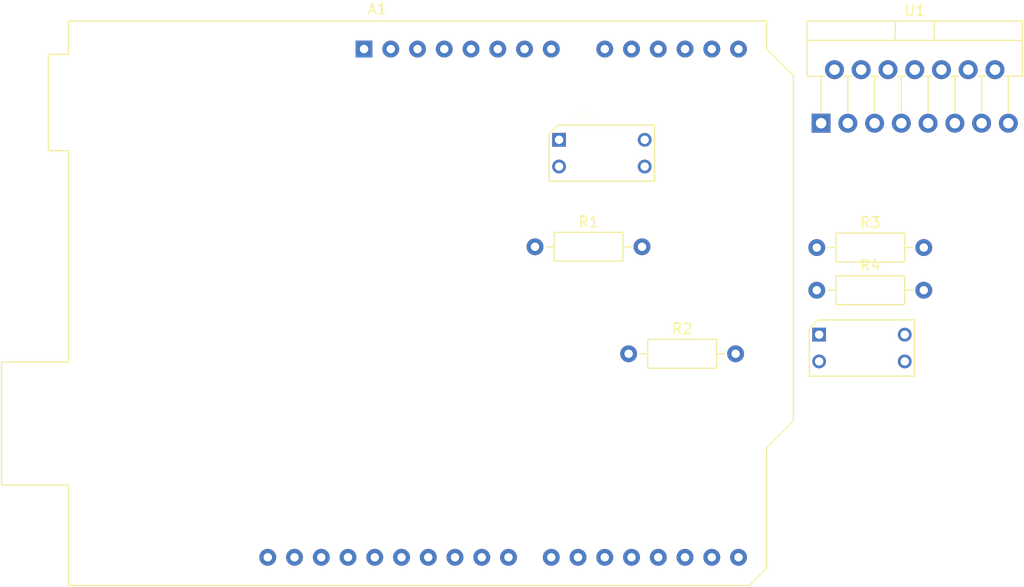
<source format=kicad_pcb>
(kicad_pcb (version 20171130) (host pcbnew 5.1.5+dfsg1-2build2)

  (general
    (thickness 1.6)
    (drawings 0)
    (tracks 0)
    (zones 0)
    (modules 8)
    (nets 58)
  )

  (page A4)
  (layers
    (0 F.Cu signal)
    (31 B.Cu signal)
    (32 B.Adhes user)
    (33 F.Adhes user)
    (34 B.Paste user)
    (35 F.Paste user)
    (36 B.SilkS user)
    (37 F.SilkS user)
    (38 B.Mask user)
    (39 F.Mask user)
    (40 Dwgs.User user)
    (41 Cmts.User user)
    (42 Eco1.User user)
    (43 Eco2.User user)
    (44 Edge.Cuts user)
    (45 Margin user)
    (46 B.CrtYd user)
    (47 F.CrtYd user)
    (48 B.Fab user)
    (49 F.Fab user)
  )

  (setup
    (last_trace_width 0.25)
    (trace_clearance 0.2)
    (zone_clearance 0.508)
    (zone_45_only no)
    (trace_min 0.2)
    (via_size 0.8)
    (via_drill 0.4)
    (via_min_size 0.4)
    (via_min_drill 0.3)
    (uvia_size 0.3)
    (uvia_drill 0.1)
    (uvias_allowed no)
    (uvia_min_size 0.2)
    (uvia_min_drill 0.1)
    (edge_width 0.05)
    (segment_width 0.2)
    (pcb_text_width 0.3)
    (pcb_text_size 1.5 1.5)
    (mod_edge_width 0.12)
    (mod_text_size 1 1)
    (mod_text_width 0.15)
    (pad_size 1.524 1.524)
    (pad_drill 0.762)
    (pad_to_mask_clearance 0.051)
    (solder_mask_min_width 0.25)
    (aux_axis_origin 0 0)
    (visible_elements FFFFFF7F)
    (pcbplotparams
      (layerselection 0x010fc_ffffffff)
      (usegerberextensions false)
      (usegerberattributes false)
      (usegerberadvancedattributes false)
      (creategerberjobfile false)
      (excludeedgelayer true)
      (linewidth 0.100000)
      (plotframeref false)
      (viasonmask false)
      (mode 1)
      (useauxorigin false)
      (hpglpennumber 1)
      (hpglpenspeed 20)
      (hpglpendiameter 15.000000)
      (psnegative false)
      (psa4output false)
      (plotreference true)
      (plotvalue true)
      (plotinvisibletext false)
      (padsonsilk false)
      (subtractmaskfromsilk false)
      (outputformat 1)
      (mirror false)
      (drillshape 1)
      (scaleselection 1)
      (outputdirectory ""))
  )

  (net 0 "")
  (net 1 "Net-(A1-Pad16)")
  (net 2 "Net-(A1-Pad15)")
  (net 3 "Net-(A1-Pad30)")
  (net 4 "Net-(A1-Pad14)")
  (net 5 "Net-(A1-Pad29)")
  (net 6 "Net-(A1-Pad13)")
  (net 7 "Net-(A1-Pad28)")
  (net 8 "Net-(A1-Pad12)")
  (net 9 "Net-(A1-Pad27)")
  (net 10 "Net-(A1-Pad11)")
  (net 11 "Net-(A1-Pad26)")
  (net 12 "Net-(A1-Pad10)")
  (net 13 "Net-(A1-Pad25)")
  (net 14 "Net-(A1-Pad9)")
  (net 15 "Net-(A1-Pad24)")
  (net 16 "Net-(A1-Pad8)")
  (net 17 "Net-(A1-Pad23)")
  (net 18 "Net-(A1-Pad7)")
  (net 19 "Net-(A1-Pad22)")
  (net 20 GND)
  (net 21 "Net-(A1-Pad21)")
  (net 22 "Net-(A1-Pad5)")
  (net 23 "Net-(A1-Pad20)")
  (net 24 "Net-(A1-Pad4)")
  (net 25 "Net-(A1-Pad19)")
  (net 26 "Net-(A1-Pad3)")
  (net 27 "Net-(A1-Pad18)")
  (net 28 "Net-(A1-Pad2)")
  (net 29 "Net-(A1-Pad17)")
  (net 30 "Net-(A1-Pad1)")
  (net 31 "Net-(A1-Pad31)")
  (net 32 "Net-(A1-Pad32)")
  (net 33 "Net-(R1-Pad2)")
  (net 34 "Net-(R2-Pad2)")
  (net 35 "Net-(R3-Pad2)")
  (net 36 "Net-(R3-Pad1)")
  (net 37 "Net-(R4-Pad2)")
  (net 38 "Net-(R4-Pad1)")
  (net 39 "Net-(S2-Pad4)")
  (net 40 "Net-(S2-Pad3)")
  (net 41 "Net-(S2-Pad2)")
  (net 42 "Net-(S2-Pad1)")
  (net 43 "Net-(U1-Pad15)")
  (net 44 "Net-(U1-Pad14)")
  (net 45 "Net-(U1-Pad13)")
  (net 46 "Net-(U1-Pad12)")
  (net 47 "Net-(U1-Pad11)")
  (net 48 "Net-(U1-Pad10)")
  (net 49 "Net-(U1-Pad9)")
  (net 50 "Net-(U1-Pad8)")
  (net 51 "Net-(U1-Pad7)")
  (net 52 "Net-(U1-Pad6)")
  (net 53 "Net-(U1-Pad5)")
  (net 54 "Net-(U1-Pad4)")
  (net 55 "Net-(U1-Pad3)")
  (net 56 "Net-(U1-Pad2)")
  (net 57 "Net-(U1-Pad1)")

  (net_class Default "This is the default net class."
    (clearance 0.2)
    (trace_width 0.25)
    (via_dia 0.8)
    (via_drill 0.4)
    (uvia_dia 0.3)
    (uvia_drill 0.1)
    (add_net GND)
    (add_net "Net-(A1-Pad1)")
    (add_net "Net-(A1-Pad10)")
    (add_net "Net-(A1-Pad11)")
    (add_net "Net-(A1-Pad12)")
    (add_net "Net-(A1-Pad13)")
    (add_net "Net-(A1-Pad14)")
    (add_net "Net-(A1-Pad15)")
    (add_net "Net-(A1-Pad16)")
    (add_net "Net-(A1-Pad17)")
    (add_net "Net-(A1-Pad18)")
    (add_net "Net-(A1-Pad19)")
    (add_net "Net-(A1-Pad2)")
    (add_net "Net-(A1-Pad20)")
    (add_net "Net-(A1-Pad21)")
    (add_net "Net-(A1-Pad22)")
    (add_net "Net-(A1-Pad23)")
    (add_net "Net-(A1-Pad24)")
    (add_net "Net-(A1-Pad25)")
    (add_net "Net-(A1-Pad26)")
    (add_net "Net-(A1-Pad27)")
    (add_net "Net-(A1-Pad28)")
    (add_net "Net-(A1-Pad29)")
    (add_net "Net-(A1-Pad3)")
    (add_net "Net-(A1-Pad30)")
    (add_net "Net-(A1-Pad31)")
    (add_net "Net-(A1-Pad32)")
    (add_net "Net-(A1-Pad4)")
    (add_net "Net-(A1-Pad5)")
    (add_net "Net-(A1-Pad7)")
    (add_net "Net-(A1-Pad8)")
    (add_net "Net-(A1-Pad9)")
    (add_net "Net-(R1-Pad2)")
    (add_net "Net-(R2-Pad2)")
    (add_net "Net-(R3-Pad1)")
    (add_net "Net-(R3-Pad2)")
    (add_net "Net-(R4-Pad1)")
    (add_net "Net-(R4-Pad2)")
    (add_net "Net-(S2-Pad1)")
    (add_net "Net-(S2-Pad2)")
    (add_net "Net-(S2-Pad3)")
    (add_net "Net-(S2-Pad4)")
    (add_net "Net-(U1-Pad1)")
    (add_net "Net-(U1-Pad10)")
    (add_net "Net-(U1-Pad11)")
    (add_net "Net-(U1-Pad12)")
    (add_net "Net-(U1-Pad13)")
    (add_net "Net-(U1-Pad14)")
    (add_net "Net-(U1-Pad15)")
    (add_net "Net-(U1-Pad2)")
    (add_net "Net-(U1-Pad3)")
    (add_net "Net-(U1-Pad4)")
    (add_net "Net-(U1-Pad5)")
    (add_net "Net-(U1-Pad6)")
    (add_net "Net-(U1-Pad7)")
    (add_net "Net-(U1-Pad8)")
    (add_net "Net-(U1-Pad9)")
  )

  (module Package_TO_SOT_THT:TO-220-15_P2.54x2.54mm_StaggerOdd_Lead4.58mm_Vertical (layer F.Cu) (tedit 5AF05A31) (tstamp 5F8F0232)
    (at 370.065001 69.545001)
    (descr "TO-220-15, Vertical, RM 1.27mm, staggered type-1, see http://www.st.com/resource/en/datasheet/l298.pdf")
    (tags "TO-220-15 Vertical RM 1.27mm staggered type-1")
    (path /5F8F49D9)
    (fp_text reference U1 (at 8.89 -10.7) (layer F.SilkS)
      (effects (font (size 1 1) (thickness 0.15)))
    )
    (fp_text value L298HN (at 8.89 2.15) (layer F.Fab)
      (effects (font (size 1 1) (thickness 0.15)))
    )
    (fp_text user %R (at 8.89 -10.7) (layer F.Fab)
      (effects (font (size 1 1) (thickness 0.15)))
    )
    (fp_line (start 19.25 -9.83) (end -1.46 -9.83) (layer F.CrtYd) (width 0.05))
    (fp_line (start 19.25 1.16) (end 19.25 -9.83) (layer F.CrtYd) (width 0.05))
    (fp_line (start -1.46 1.16) (end 19.25 1.16) (layer F.CrtYd) (width 0.05))
    (fp_line (start -1.46 -9.83) (end -1.46 1.16) (layer F.CrtYd) (width 0.05))
    (fp_line (start 17.78 -4.459) (end 17.78 -1.065) (layer F.SilkS) (width 0.12))
    (fp_line (start 15.24 -4.459) (end 15.24 -1.065) (layer F.SilkS) (width 0.12))
    (fp_line (start 12.7 -4.459) (end 12.7 -1.065) (layer F.SilkS) (width 0.12))
    (fp_line (start 10.16 -4.459) (end 10.16 -1.065) (layer F.SilkS) (width 0.12))
    (fp_line (start 7.62 -4.459) (end 7.62 -1.065) (layer F.SilkS) (width 0.12))
    (fp_line (start 5.08 -4.459) (end 5.08 -1.065) (layer F.SilkS) (width 0.12))
    (fp_line (start 2.54 -4.459) (end 2.54 -1.065) (layer F.SilkS) (width 0.12))
    (fp_line (start 0 -4.459) (end 0 -1.05) (layer F.SilkS) (width 0.12))
    (fp_line (start 10.74 -9.7) (end 10.74 -7.86) (layer F.SilkS) (width 0.12))
    (fp_line (start 7.041 -9.7) (end 7.041 -7.86) (layer F.SilkS) (width 0.12))
    (fp_line (start -1.33 -7.86) (end 19.11 -7.86) (layer F.SilkS) (width 0.12))
    (fp_line (start 19.11 -9.7) (end 19.11 -4.459) (layer F.SilkS) (width 0.12))
    (fp_line (start -1.33 -9.7) (end -1.33 -4.459) (layer F.SilkS) (width 0.12))
    (fp_line (start 17.435 -4.459) (end 19.11 -4.459) (layer F.SilkS) (width 0.12))
    (fp_line (start 14.895 -4.459) (end 15.586 -4.459) (layer F.SilkS) (width 0.12))
    (fp_line (start 12.355 -4.459) (end 13.046 -4.459) (layer F.SilkS) (width 0.12))
    (fp_line (start 9.815 -4.459) (end 10.506 -4.459) (layer F.SilkS) (width 0.12))
    (fp_line (start 7.275 -4.459) (end 7.966 -4.459) (layer F.SilkS) (width 0.12))
    (fp_line (start 4.735 -4.459) (end 5.426 -4.459) (layer F.SilkS) (width 0.12))
    (fp_line (start 2.195 -4.459) (end 2.886 -4.459) (layer F.SilkS) (width 0.12))
    (fp_line (start -1.33 -4.459) (end 0.346 -4.459) (layer F.SilkS) (width 0.12))
    (fp_line (start -1.33 -9.7) (end 19.11 -9.7) (layer F.SilkS) (width 0.12))
    (fp_line (start 17.78 -4.58) (end 17.78 0) (layer F.Fab) (width 0.1))
    (fp_line (start 15.24 -4.58) (end 15.24 0) (layer F.Fab) (width 0.1))
    (fp_line (start 12.7 -4.58) (end 12.7 0) (layer F.Fab) (width 0.1))
    (fp_line (start 10.16 -4.58) (end 10.16 0) (layer F.Fab) (width 0.1))
    (fp_line (start 7.62 -4.58) (end 7.62 0) (layer F.Fab) (width 0.1))
    (fp_line (start 5.08 -4.58) (end 5.08 0) (layer F.Fab) (width 0.1))
    (fp_line (start 2.54 -4.58) (end 2.54 0) (layer F.Fab) (width 0.1))
    (fp_line (start 0 -4.58) (end 0 0) (layer F.Fab) (width 0.1))
    (fp_line (start 10.74 -9.58) (end 10.74 -7.98) (layer F.Fab) (width 0.1))
    (fp_line (start 7.04 -9.58) (end 7.04 -7.98) (layer F.Fab) (width 0.1))
    (fp_line (start -1.21 -7.98) (end 18.99 -7.98) (layer F.Fab) (width 0.1))
    (fp_line (start 18.99 -9.58) (end -1.21 -9.58) (layer F.Fab) (width 0.1))
    (fp_line (start 18.99 -4.58) (end 18.99 -9.58) (layer F.Fab) (width 0.1))
    (fp_line (start -1.21 -4.58) (end 18.99 -4.58) (layer F.Fab) (width 0.1))
    (fp_line (start -1.21 -9.58) (end -1.21 -4.58) (layer F.Fab) (width 0.1))
    (pad 15 thru_hole oval (at 17.78 0) (size 1.8 1.8) (drill 1) (layers *.Cu *.Mask)
      (net 43 "Net-(U1-Pad15)"))
    (pad 14 thru_hole oval (at 16.51 -5.08) (size 1.8 1.8) (drill 1) (layers *.Cu *.Mask)
      (net 44 "Net-(U1-Pad14)"))
    (pad 13 thru_hole oval (at 15.24 0) (size 1.8 1.8) (drill 1) (layers *.Cu *.Mask)
      (net 45 "Net-(U1-Pad13)"))
    (pad 12 thru_hole oval (at 13.97 -5.08) (size 1.8 1.8) (drill 1) (layers *.Cu *.Mask)
      (net 46 "Net-(U1-Pad12)"))
    (pad 11 thru_hole oval (at 12.7 0) (size 1.8 1.8) (drill 1) (layers *.Cu *.Mask)
      (net 47 "Net-(U1-Pad11)"))
    (pad 10 thru_hole oval (at 11.43 -5.08) (size 1.8 1.8) (drill 1) (layers *.Cu *.Mask)
      (net 48 "Net-(U1-Pad10)"))
    (pad 9 thru_hole oval (at 10.16 0) (size 1.8 1.8) (drill 1) (layers *.Cu *.Mask)
      (net 49 "Net-(U1-Pad9)"))
    (pad 8 thru_hole oval (at 8.89 -5.08) (size 1.8 1.8) (drill 1) (layers *.Cu *.Mask)
      (net 50 "Net-(U1-Pad8)"))
    (pad 7 thru_hole oval (at 7.62 0) (size 1.8 1.8) (drill 1) (layers *.Cu *.Mask)
      (net 51 "Net-(U1-Pad7)"))
    (pad 6 thru_hole oval (at 6.35 -5.08) (size 1.8 1.8) (drill 1) (layers *.Cu *.Mask)
      (net 52 "Net-(U1-Pad6)"))
    (pad 5 thru_hole oval (at 5.08 0) (size 1.8 1.8) (drill 1) (layers *.Cu *.Mask)
      (net 53 "Net-(U1-Pad5)"))
    (pad 4 thru_hole oval (at 3.81 -5.08) (size 1.8 1.8) (drill 1) (layers *.Cu *.Mask)
      (net 54 "Net-(U1-Pad4)"))
    (pad 3 thru_hole oval (at 2.54 0) (size 1.8 1.8) (drill 1) (layers *.Cu *.Mask)
      (net 55 "Net-(U1-Pad3)"))
    (pad 2 thru_hole oval (at 1.27 -5.08) (size 1.8 1.8) (drill 1) (layers *.Cu *.Mask)
      (net 56 "Net-(U1-Pad2)"))
    (pad 1 thru_hole rect (at 0 0) (size 1.8 1.8) (drill 1) (layers *.Cu *.Mask)
      (net 57 "Net-(U1-Pad1)"))
    (model ${KISYS3DMOD}/Package_TO_SOT_THT.3dshapes/TO-220-15_P2.54x2.54mm_StaggerOdd_Lead4.58mm_Vertical.wrl
      (at (xyz 0 0 0))
      (scale (xyz 1 1 1))
      (rotate (xyz 0 0 0))
    )
  )

  (module Schematic:OPTO_OPB620 (layer F.Cu) (tedit 5F8E5BBE) (tstamp 5F8F01F5)
    (at 373.943501 90.893501)
    (path /5F8E7D7F)
    (fp_text reference S2 (at -1.627175 -3.639885) (layer F.SilkS)
      (effects (font (size 1.001346 1.001346) (thickness 0.015)))
    )
    (fp_text value OPB620 (at 1.887495 3.669885) (layer F.Fab)
      (effects (font (size 1.001331 1.001331) (thickness 0.015)))
    )
    (fp_line (start -1.5 -0.9) (end -1.4 -0.9) (layer F.Fab) (width 0.127))
    (fp_line (start -1.5 1.1) (end -1.5 -0.9) (layer F.Fab) (width 0.127))
    (fp_line (start 1.4 1.1) (end -1.5 1.1) (layer F.Fab) (width 0.127))
    (fp_line (start 1.4 -0.9) (end 1.4 1.1) (layer F.Fab) (width 0.127))
    (fp_line (start -1.3 -0.9) (end 1.4 -0.9) (layer F.Fab) (width 0.127))
    (fp_line (start -1.4 -0.9) (end -1.3 -0.9) (layer F.Fab) (width 0.127))
    (fp_line (start 2.6 -2.6) (end 2.6 2.6) (layer F.Fab) (width 0.127))
    (fp_line (start -2.7 -2.6) (end -2.7 2.6) (layer F.Fab) (width 0.127))
    (fp_line (start -5 -1.82) (end -4.16 -2.665) (layer F.SilkS) (width 0.127))
    (fp_line (start -5 -1.56) (end -5 -1.82) (layer F.SilkS) (width 0.127))
    (fp_line (start -5.3 2.9) (end -5.3 -2.9) (layer F.CrtYd) (width 0.127))
    (fp_line (start 5.3 2.9) (end -5.3 2.9) (layer F.CrtYd) (width 0.127))
    (fp_line (start 5.3 -2.9) (end 5.3 2.9) (layer F.CrtYd) (width 0.127))
    (fp_line (start -5.3 -2.9) (end 5.3 -2.9) (layer F.CrtYd) (width 0.127))
    (fp_line (start 5 -2.665) (end -4.16 -2.665) (layer F.SilkS) (width 0.127))
    (fp_line (start 5 2.665) (end 5 -2.665) (layer F.SilkS) (width 0.127))
    (fp_line (start -5 2.665) (end 5 2.665) (layer F.SilkS) (width 0.127))
    (fp_line (start -5 -1.56) (end -5 2.665) (layer F.SilkS) (width 0.127))
    (pad 4 thru_hole circle (at 4.065 -1.27) (size 1.308 1.308) (drill 0.8) (layers *.Cu *.Mask)
      (net 39 "Net-(S2-Pad4)"))
    (pad 3 thru_hole circle (at 4.065 1.27) (size 1.308 1.308) (drill 0.8) (layers *.Cu *.Mask)
      (net 40 "Net-(S2-Pad3)"))
    (pad 2 thru_hole circle (at -4.065 1.27) (size 1.308 1.308) (drill 0.8) (layers *.Cu *.Mask)
      (net 41 "Net-(S2-Pad2)"))
    (pad 1 thru_hole rect (at -4.065 -1.27) (size 1.308 1.308) (drill 0.8) (layers *.Cu *.Mask)
      (net 42 "Net-(S2-Pad1)"))
  )

  (module Schematic:OPTO_OPB620 (layer F.Cu) (tedit 5F8E5BBE) (tstamp 5F8F01DB)
    (at 349.25 72.39)
    (path /5F8E73E2)
    (fp_text reference S1 (at -1.627175 -3.639885) (layer F.SilkS)
      (effects (font (size 1.001346 1.001346) (thickness 0.015)))
    )
    (fp_text value OPB620 (at 1.887495 3.669885) (layer F.Fab)
      (effects (font (size 1.001331 1.001331) (thickness 0.015)))
    )
    (fp_line (start -1.5 -0.9) (end -1.4 -0.9) (layer F.Fab) (width 0.127))
    (fp_line (start -1.5 1.1) (end -1.5 -0.9) (layer F.Fab) (width 0.127))
    (fp_line (start 1.4 1.1) (end -1.5 1.1) (layer F.Fab) (width 0.127))
    (fp_line (start 1.4 -0.9) (end 1.4 1.1) (layer F.Fab) (width 0.127))
    (fp_line (start -1.3 -0.9) (end 1.4 -0.9) (layer F.Fab) (width 0.127))
    (fp_line (start -1.4 -0.9) (end -1.3 -0.9) (layer F.Fab) (width 0.127))
    (fp_line (start 2.6 -2.6) (end 2.6 2.6) (layer F.Fab) (width 0.127))
    (fp_line (start -2.7 -2.6) (end -2.7 2.6) (layer F.Fab) (width 0.127))
    (fp_line (start -5 -1.82) (end -4.16 -2.665) (layer F.SilkS) (width 0.127))
    (fp_line (start -5 -1.56) (end -5 -1.82) (layer F.SilkS) (width 0.127))
    (fp_line (start -5.3 2.9) (end -5.3 -2.9) (layer F.CrtYd) (width 0.127))
    (fp_line (start 5.3 2.9) (end -5.3 2.9) (layer F.CrtYd) (width 0.127))
    (fp_line (start 5.3 -2.9) (end 5.3 2.9) (layer F.CrtYd) (width 0.127))
    (fp_line (start -5.3 -2.9) (end 5.3 -2.9) (layer F.CrtYd) (width 0.127))
    (fp_line (start 5 -2.665) (end -4.16 -2.665) (layer F.SilkS) (width 0.127))
    (fp_line (start 5 2.665) (end 5 -2.665) (layer F.SilkS) (width 0.127))
    (fp_line (start -5 2.665) (end 5 2.665) (layer F.SilkS) (width 0.127))
    (fp_line (start -5 -1.56) (end -5 2.665) (layer F.SilkS) (width 0.127))
    (pad 4 thru_hole circle (at 4.065 -1.27) (size 1.308 1.308) (drill 0.8) (layers *.Cu *.Mask)
      (net 20 GND))
    (pad 3 thru_hole circle (at 4.065 1.27) (size 1.308 1.308) (drill 0.8) (layers *.Cu *.Mask)
      (net 33 "Net-(R1-Pad2)"))
    (pad 2 thru_hole circle (at -4.065 1.27) (size 1.308 1.308) (drill 0.8) (layers *.Cu *.Mask)
      (net 20 GND))
    (pad 1 thru_hole rect (at -4.065 -1.27) (size 1.308 1.308) (drill 0.8) (layers *.Cu *.Mask)
      (net 34 "Net-(R2-Pad2)"))
  )

  (module Resistor_THT:R_Axial_DIN0207_L6.3mm_D2.5mm_P10.16mm_Horizontal (layer F.Cu) (tedit 5AE5139B) (tstamp 5F8F01C1)
    (at 369.655001 85.405001)
    (descr "Resistor, Axial_DIN0207 series, Axial, Horizontal, pin pitch=10.16mm, 0.25W = 1/4W, length*diameter=6.3*2.5mm^2, http://cdn-reichelt.de/documents/datenblatt/B400/1_4W%23YAG.pdf")
    (tags "Resistor Axial_DIN0207 series Axial Horizontal pin pitch 10.16mm 0.25W = 1/4W length 6.3mm diameter 2.5mm")
    (path /5F8EF4E7)
    (fp_text reference R4 (at 5.08 -2.37) (layer F.SilkS)
      (effects (font (size 1 1) (thickness 0.15)))
    )
    (fp_text value R (at 5.08 2.37) (layer F.Fab)
      (effects (font (size 1 1) (thickness 0.15)))
    )
    (fp_text user %R (at 5.08 0) (layer F.Fab)
      (effects (font (size 1 1) (thickness 0.15)))
    )
    (fp_line (start 11.21 -1.5) (end -1.05 -1.5) (layer F.CrtYd) (width 0.05))
    (fp_line (start 11.21 1.5) (end 11.21 -1.5) (layer F.CrtYd) (width 0.05))
    (fp_line (start -1.05 1.5) (end 11.21 1.5) (layer F.CrtYd) (width 0.05))
    (fp_line (start -1.05 -1.5) (end -1.05 1.5) (layer F.CrtYd) (width 0.05))
    (fp_line (start 9.12 0) (end 8.35 0) (layer F.SilkS) (width 0.12))
    (fp_line (start 1.04 0) (end 1.81 0) (layer F.SilkS) (width 0.12))
    (fp_line (start 8.35 -1.37) (end 1.81 -1.37) (layer F.SilkS) (width 0.12))
    (fp_line (start 8.35 1.37) (end 8.35 -1.37) (layer F.SilkS) (width 0.12))
    (fp_line (start 1.81 1.37) (end 8.35 1.37) (layer F.SilkS) (width 0.12))
    (fp_line (start 1.81 -1.37) (end 1.81 1.37) (layer F.SilkS) (width 0.12))
    (fp_line (start 10.16 0) (end 8.23 0) (layer F.Fab) (width 0.1))
    (fp_line (start 0 0) (end 1.93 0) (layer F.Fab) (width 0.1))
    (fp_line (start 8.23 -1.25) (end 1.93 -1.25) (layer F.Fab) (width 0.1))
    (fp_line (start 8.23 1.25) (end 8.23 -1.25) (layer F.Fab) (width 0.1))
    (fp_line (start 1.93 1.25) (end 8.23 1.25) (layer F.Fab) (width 0.1))
    (fp_line (start 1.93 -1.25) (end 1.93 1.25) (layer F.Fab) (width 0.1))
    (pad 2 thru_hole oval (at 10.16 0) (size 1.6 1.6) (drill 0.8) (layers *.Cu *.Mask)
      (net 37 "Net-(R4-Pad2)"))
    (pad 1 thru_hole circle (at 0 0) (size 1.6 1.6) (drill 0.8) (layers *.Cu *.Mask)
      (net 38 "Net-(R4-Pad1)"))
    (model ${KISYS3DMOD}/Resistor_THT.3dshapes/R_Axial_DIN0207_L6.3mm_D2.5mm_P10.16mm_Horizontal.wrl
      (at (xyz 0 0 0))
      (scale (xyz 1 1 1))
      (rotate (xyz 0 0 0))
    )
  )

  (module Resistor_THT:R_Axial_DIN0207_L6.3mm_D2.5mm_P10.16mm_Horizontal (layer F.Cu) (tedit 5AE5139B) (tstamp 5F8F01AA)
    (at 369.655001 81.355001)
    (descr "Resistor, Axial_DIN0207 series, Axial, Horizontal, pin pitch=10.16mm, 0.25W = 1/4W, length*diameter=6.3*2.5mm^2, http://cdn-reichelt.de/documents/datenblatt/B400/1_4W%23YAG.pdf")
    (tags "Resistor Axial_DIN0207 series Axial Horizontal pin pitch 10.16mm 0.25W = 1/4W length 6.3mm diameter 2.5mm")
    (path /5F8F0A1B)
    (fp_text reference R3 (at 5.08 -2.37) (layer F.SilkS)
      (effects (font (size 1 1) (thickness 0.15)))
    )
    (fp_text value R (at 5.08 2.37) (layer F.Fab)
      (effects (font (size 1 1) (thickness 0.15)))
    )
    (fp_text user %R (at 5.08 0) (layer F.Fab)
      (effects (font (size 1 1) (thickness 0.15)))
    )
    (fp_line (start 11.21 -1.5) (end -1.05 -1.5) (layer F.CrtYd) (width 0.05))
    (fp_line (start 11.21 1.5) (end 11.21 -1.5) (layer F.CrtYd) (width 0.05))
    (fp_line (start -1.05 1.5) (end 11.21 1.5) (layer F.CrtYd) (width 0.05))
    (fp_line (start -1.05 -1.5) (end -1.05 1.5) (layer F.CrtYd) (width 0.05))
    (fp_line (start 9.12 0) (end 8.35 0) (layer F.SilkS) (width 0.12))
    (fp_line (start 1.04 0) (end 1.81 0) (layer F.SilkS) (width 0.12))
    (fp_line (start 8.35 -1.37) (end 1.81 -1.37) (layer F.SilkS) (width 0.12))
    (fp_line (start 8.35 1.37) (end 8.35 -1.37) (layer F.SilkS) (width 0.12))
    (fp_line (start 1.81 1.37) (end 8.35 1.37) (layer F.SilkS) (width 0.12))
    (fp_line (start 1.81 -1.37) (end 1.81 1.37) (layer F.SilkS) (width 0.12))
    (fp_line (start 10.16 0) (end 8.23 0) (layer F.Fab) (width 0.1))
    (fp_line (start 0 0) (end 1.93 0) (layer F.Fab) (width 0.1))
    (fp_line (start 8.23 -1.25) (end 1.93 -1.25) (layer F.Fab) (width 0.1))
    (fp_line (start 8.23 1.25) (end 8.23 -1.25) (layer F.Fab) (width 0.1))
    (fp_line (start 1.93 1.25) (end 8.23 1.25) (layer F.Fab) (width 0.1))
    (fp_line (start 1.93 -1.25) (end 1.93 1.25) (layer F.Fab) (width 0.1))
    (pad 2 thru_hole oval (at 10.16 0) (size 1.6 1.6) (drill 0.8) (layers *.Cu *.Mask)
      (net 35 "Net-(R3-Pad2)"))
    (pad 1 thru_hole circle (at 0 0) (size 1.6 1.6) (drill 0.8) (layers *.Cu *.Mask)
      (net 36 "Net-(R3-Pad1)"))
    (model ${KISYS3DMOD}/Resistor_THT.3dshapes/R_Axial_DIN0207_L6.3mm_D2.5mm_P10.16mm_Horizontal.wrl
      (at (xyz 0 0 0))
      (scale (xyz 1 1 1))
      (rotate (xyz 0 0 0))
    )
  )

  (module Resistor_THT:R_Axial_DIN0207_L6.3mm_D2.5mm_P10.16mm_Horizontal (layer F.Cu) (tedit 5AE5139B) (tstamp 5F8F0193)
    (at 351.79 91.44)
    (descr "Resistor, Axial_DIN0207 series, Axial, Horizontal, pin pitch=10.16mm, 0.25W = 1/4W, length*diameter=6.3*2.5mm^2, http://cdn-reichelt.de/documents/datenblatt/B400/1_4W%23YAG.pdf")
    (tags "Resistor Axial_DIN0207 series Axial Horizontal pin pitch 10.16mm 0.25W = 1/4W length 6.3mm diameter 2.5mm")
    (path /5F8F058A)
    (fp_text reference R2 (at 5.08 -2.37) (layer F.SilkS)
      (effects (font (size 1 1) (thickness 0.15)))
    )
    (fp_text value R (at 5.08 2.37) (layer F.Fab)
      (effects (font (size 1 1) (thickness 0.15)))
    )
    (fp_text user %R (at 5.08 0) (layer F.Fab)
      (effects (font (size 1 1) (thickness 0.15)))
    )
    (fp_line (start 11.21 -1.5) (end -1.05 -1.5) (layer F.CrtYd) (width 0.05))
    (fp_line (start 11.21 1.5) (end 11.21 -1.5) (layer F.CrtYd) (width 0.05))
    (fp_line (start -1.05 1.5) (end 11.21 1.5) (layer F.CrtYd) (width 0.05))
    (fp_line (start -1.05 -1.5) (end -1.05 1.5) (layer F.CrtYd) (width 0.05))
    (fp_line (start 9.12 0) (end 8.35 0) (layer F.SilkS) (width 0.12))
    (fp_line (start 1.04 0) (end 1.81 0) (layer F.SilkS) (width 0.12))
    (fp_line (start 8.35 -1.37) (end 1.81 -1.37) (layer F.SilkS) (width 0.12))
    (fp_line (start 8.35 1.37) (end 8.35 -1.37) (layer F.SilkS) (width 0.12))
    (fp_line (start 1.81 1.37) (end 8.35 1.37) (layer F.SilkS) (width 0.12))
    (fp_line (start 1.81 -1.37) (end 1.81 1.37) (layer F.SilkS) (width 0.12))
    (fp_line (start 10.16 0) (end 8.23 0) (layer F.Fab) (width 0.1))
    (fp_line (start 0 0) (end 1.93 0) (layer F.Fab) (width 0.1))
    (fp_line (start 8.23 -1.25) (end 1.93 -1.25) (layer F.Fab) (width 0.1))
    (fp_line (start 8.23 1.25) (end 8.23 -1.25) (layer F.Fab) (width 0.1))
    (fp_line (start 1.93 1.25) (end 8.23 1.25) (layer F.Fab) (width 0.1))
    (fp_line (start 1.93 -1.25) (end 1.93 1.25) (layer F.Fab) (width 0.1))
    (pad 2 thru_hole oval (at 10.16 0) (size 1.6 1.6) (drill 0.8) (layers *.Cu *.Mask)
      (net 34 "Net-(R2-Pad2)"))
    (pad 1 thru_hole circle (at 0 0) (size 1.6 1.6) (drill 0.8) (layers *.Cu *.Mask)
      (net 22 "Net-(A1-Pad5)"))
    (model ${KISYS3DMOD}/Resistor_THT.3dshapes/R_Axial_DIN0207_L6.3mm_D2.5mm_P10.16mm_Horizontal.wrl
      (at (xyz 0 0 0))
      (scale (xyz 1 1 1))
      (rotate (xyz 0 0 0))
    )
  )

  (module Resistor_THT:R_Axial_DIN0207_L6.3mm_D2.5mm_P10.16mm_Horizontal (layer F.Cu) (tedit 5AE5139B) (tstamp 5F8F017C)
    (at 342.9 81.28)
    (descr "Resistor, Axial_DIN0207 series, Axial, Horizontal, pin pitch=10.16mm, 0.25W = 1/4W, length*diameter=6.3*2.5mm^2, http://cdn-reichelt.de/documents/datenblatt/B400/1_4W%23YAG.pdf")
    (tags "Resistor Axial_DIN0207 series Axial Horizontal pin pitch 10.16mm 0.25W = 1/4W length 6.3mm diameter 2.5mm")
    (path /5F8EBF51)
    (fp_text reference R1 (at 5.08 -2.37) (layer F.SilkS)
      (effects (font (size 1 1) (thickness 0.15)))
    )
    (fp_text value R (at 5.08 2.37) (layer F.Fab)
      (effects (font (size 1 1) (thickness 0.15)))
    )
    (fp_text user %R (at 5.08 0) (layer F.Fab)
      (effects (font (size 1 1) (thickness 0.15)))
    )
    (fp_line (start 11.21 -1.5) (end -1.05 -1.5) (layer F.CrtYd) (width 0.05))
    (fp_line (start 11.21 1.5) (end 11.21 -1.5) (layer F.CrtYd) (width 0.05))
    (fp_line (start -1.05 1.5) (end 11.21 1.5) (layer F.CrtYd) (width 0.05))
    (fp_line (start -1.05 -1.5) (end -1.05 1.5) (layer F.CrtYd) (width 0.05))
    (fp_line (start 9.12 0) (end 8.35 0) (layer F.SilkS) (width 0.12))
    (fp_line (start 1.04 0) (end 1.81 0) (layer F.SilkS) (width 0.12))
    (fp_line (start 8.35 -1.37) (end 1.81 -1.37) (layer F.SilkS) (width 0.12))
    (fp_line (start 8.35 1.37) (end 8.35 -1.37) (layer F.SilkS) (width 0.12))
    (fp_line (start 1.81 1.37) (end 8.35 1.37) (layer F.SilkS) (width 0.12))
    (fp_line (start 1.81 -1.37) (end 1.81 1.37) (layer F.SilkS) (width 0.12))
    (fp_line (start 10.16 0) (end 8.23 0) (layer F.Fab) (width 0.1))
    (fp_line (start 0 0) (end 1.93 0) (layer F.Fab) (width 0.1))
    (fp_line (start 8.23 -1.25) (end 1.93 -1.25) (layer F.Fab) (width 0.1))
    (fp_line (start 8.23 1.25) (end 8.23 -1.25) (layer F.Fab) (width 0.1))
    (fp_line (start 1.93 1.25) (end 8.23 1.25) (layer F.Fab) (width 0.1))
    (fp_line (start 1.93 -1.25) (end 1.93 1.25) (layer F.Fab) (width 0.1))
    (pad 2 thru_hole oval (at 10.16 0) (size 1.6 1.6) (drill 0.8) (layers *.Cu *.Mask)
      (net 33 "Net-(R1-Pad2)"))
    (pad 1 thru_hole circle (at 0 0) (size 1.6 1.6) (drill 0.8) (layers *.Cu *.Mask)
      (net 22 "Net-(A1-Pad5)"))
    (model ${KISYS3DMOD}/Resistor_THT.3dshapes/R_Axial_DIN0207_L6.3mm_D2.5mm_P10.16mm_Horizontal.wrl
      (at (xyz 0 0 0))
      (scale (xyz 1 1 1))
      (rotate (xyz 0 0 0))
    )
  )

  (module Module:Arduino_UNO_R3 (layer F.Cu) (tedit 58AB60FC) (tstamp 5F8F0165)
    (at 326.665001 62.505001)
    (descr "Arduino UNO R3, http://www.mouser.com/pdfdocs/Gravitech_Arduino_Nano3_0.pdf")
    (tags "Arduino UNO R3")
    (path /5F8E5CBD)
    (fp_text reference A1 (at 1.27 -3.81 180) (layer F.SilkS)
      (effects (font (size 1 1) (thickness 0.15)))
    )
    (fp_text value Arduino_UNO_R3 (at 0 22.86) (layer F.Fab)
      (effects (font (size 1 1) (thickness 0.15)))
    )
    (fp_line (start -27.94 -2.54) (end 38.1 -2.54) (layer F.Fab) (width 0.1))
    (fp_line (start -27.94 50.8) (end -27.94 -2.54) (layer F.Fab) (width 0.1))
    (fp_line (start 36.58 50.8) (end -27.94 50.8) (layer F.Fab) (width 0.1))
    (fp_line (start 38.1 49.28) (end 36.58 50.8) (layer F.Fab) (width 0.1))
    (fp_line (start 38.1 0) (end 40.64 2.54) (layer F.Fab) (width 0.1))
    (fp_line (start 38.1 -2.54) (end 38.1 0) (layer F.Fab) (width 0.1))
    (fp_line (start 40.64 35.31) (end 38.1 37.85) (layer F.Fab) (width 0.1))
    (fp_line (start 40.64 2.54) (end 40.64 35.31) (layer F.Fab) (width 0.1))
    (fp_line (start 38.1 37.85) (end 38.1 49.28) (layer F.Fab) (width 0.1))
    (fp_line (start -29.84 9.53) (end -29.84 0.64) (layer F.Fab) (width 0.1))
    (fp_line (start -16.51 9.53) (end -29.84 9.53) (layer F.Fab) (width 0.1))
    (fp_line (start -16.51 0.64) (end -16.51 9.53) (layer F.Fab) (width 0.1))
    (fp_line (start -29.84 0.64) (end -16.51 0.64) (layer F.Fab) (width 0.1))
    (fp_line (start -34.29 41.27) (end -34.29 29.84) (layer F.Fab) (width 0.1))
    (fp_line (start -18.41 41.27) (end -34.29 41.27) (layer F.Fab) (width 0.1))
    (fp_line (start -18.41 29.84) (end -18.41 41.27) (layer F.Fab) (width 0.1))
    (fp_line (start -34.29 29.84) (end -18.41 29.84) (layer F.Fab) (width 0.1))
    (fp_line (start 38.23 37.85) (end 40.77 35.31) (layer F.SilkS) (width 0.12))
    (fp_line (start 38.23 49.28) (end 38.23 37.85) (layer F.SilkS) (width 0.12))
    (fp_line (start 36.58 50.93) (end 38.23 49.28) (layer F.SilkS) (width 0.12))
    (fp_line (start -28.07 50.93) (end 36.58 50.93) (layer F.SilkS) (width 0.12))
    (fp_line (start -28.07 41.4) (end -28.07 50.93) (layer F.SilkS) (width 0.12))
    (fp_line (start -34.42 41.4) (end -28.07 41.4) (layer F.SilkS) (width 0.12))
    (fp_line (start -34.42 29.72) (end -34.42 41.4) (layer F.SilkS) (width 0.12))
    (fp_line (start -28.07 29.72) (end -34.42 29.72) (layer F.SilkS) (width 0.12))
    (fp_line (start -28.07 9.65) (end -28.07 29.72) (layer F.SilkS) (width 0.12))
    (fp_line (start -29.97 9.65) (end -28.07 9.65) (layer F.SilkS) (width 0.12))
    (fp_line (start -29.97 0.51) (end -29.97 9.65) (layer F.SilkS) (width 0.12))
    (fp_line (start -28.07 0.51) (end -29.97 0.51) (layer F.SilkS) (width 0.12))
    (fp_line (start -28.07 -2.67) (end -28.07 0.51) (layer F.SilkS) (width 0.12))
    (fp_line (start 38.23 -2.67) (end -28.07 -2.67) (layer F.SilkS) (width 0.12))
    (fp_line (start 38.23 0) (end 38.23 -2.67) (layer F.SilkS) (width 0.12))
    (fp_line (start 40.77 2.54) (end 38.23 0) (layer F.SilkS) (width 0.12))
    (fp_line (start 40.77 35.31) (end 40.77 2.54) (layer F.SilkS) (width 0.12))
    (fp_line (start -28.19 -2.79) (end 38.35 -2.79) (layer F.CrtYd) (width 0.05))
    (fp_line (start -28.19 0.38) (end -28.19 -2.79) (layer F.CrtYd) (width 0.05))
    (fp_line (start -30.1 0.38) (end -28.19 0.38) (layer F.CrtYd) (width 0.05))
    (fp_line (start -30.1 9.78) (end -30.1 0.38) (layer F.CrtYd) (width 0.05))
    (fp_line (start -28.19 9.78) (end -30.1 9.78) (layer F.CrtYd) (width 0.05))
    (fp_line (start -28.19 29.59) (end -28.19 9.78) (layer F.CrtYd) (width 0.05))
    (fp_line (start -34.54 29.59) (end -28.19 29.59) (layer F.CrtYd) (width 0.05))
    (fp_line (start -34.54 41.53) (end -34.54 29.59) (layer F.CrtYd) (width 0.05))
    (fp_line (start -28.19 41.53) (end -34.54 41.53) (layer F.CrtYd) (width 0.05))
    (fp_line (start -28.19 51.05) (end -28.19 41.53) (layer F.CrtYd) (width 0.05))
    (fp_line (start 36.58 51.05) (end -28.19 51.05) (layer F.CrtYd) (width 0.05))
    (fp_line (start 38.35 49.28) (end 36.58 51.05) (layer F.CrtYd) (width 0.05))
    (fp_line (start 38.35 37.85) (end 38.35 49.28) (layer F.CrtYd) (width 0.05))
    (fp_line (start 40.89 35.31) (end 38.35 37.85) (layer F.CrtYd) (width 0.05))
    (fp_line (start 40.89 2.54) (end 40.89 35.31) (layer F.CrtYd) (width 0.05))
    (fp_line (start 38.35 0) (end 40.89 2.54) (layer F.CrtYd) (width 0.05))
    (fp_line (start 38.35 -2.79) (end 38.35 0) (layer F.CrtYd) (width 0.05))
    (fp_text user %R (at 0 20.32 180) (layer F.Fab)
      (effects (font (size 1 1) (thickness 0.15)))
    )
    (pad 16 thru_hole oval (at 33.02 48.26 90) (size 1.6 1.6) (drill 0.8) (layers *.Cu *.Mask)
      (net 1 "Net-(A1-Pad16)"))
    (pad 15 thru_hole oval (at 35.56 48.26 90) (size 1.6 1.6) (drill 0.8) (layers *.Cu *.Mask)
      (net 2 "Net-(A1-Pad15)"))
    (pad 30 thru_hole oval (at -4.06 48.26 90) (size 1.6 1.6) (drill 0.8) (layers *.Cu *.Mask)
      (net 3 "Net-(A1-Pad30)"))
    (pad 14 thru_hole oval (at 35.56 0 90) (size 1.6 1.6) (drill 0.8) (layers *.Cu *.Mask)
      (net 4 "Net-(A1-Pad14)"))
    (pad 29 thru_hole oval (at -1.52 48.26 90) (size 1.6 1.6) (drill 0.8) (layers *.Cu *.Mask)
      (net 5 "Net-(A1-Pad29)"))
    (pad 13 thru_hole oval (at 33.02 0 90) (size 1.6 1.6) (drill 0.8) (layers *.Cu *.Mask)
      (net 6 "Net-(A1-Pad13)"))
    (pad 28 thru_hole oval (at 1.02 48.26 90) (size 1.6 1.6) (drill 0.8) (layers *.Cu *.Mask)
      (net 7 "Net-(A1-Pad28)"))
    (pad 12 thru_hole oval (at 30.48 0 90) (size 1.6 1.6) (drill 0.8) (layers *.Cu *.Mask)
      (net 8 "Net-(A1-Pad12)"))
    (pad 27 thru_hole oval (at 3.56 48.26 90) (size 1.6 1.6) (drill 0.8) (layers *.Cu *.Mask)
      (net 9 "Net-(A1-Pad27)"))
    (pad 11 thru_hole oval (at 27.94 0 90) (size 1.6 1.6) (drill 0.8) (layers *.Cu *.Mask)
      (net 10 "Net-(A1-Pad11)"))
    (pad 26 thru_hole oval (at 6.1 48.26 90) (size 1.6 1.6) (drill 0.8) (layers *.Cu *.Mask)
      (net 11 "Net-(A1-Pad26)"))
    (pad 10 thru_hole oval (at 25.4 0 90) (size 1.6 1.6) (drill 0.8) (layers *.Cu *.Mask)
      (net 12 "Net-(A1-Pad10)"))
    (pad 25 thru_hole oval (at 8.64 48.26 90) (size 1.6 1.6) (drill 0.8) (layers *.Cu *.Mask)
      (net 13 "Net-(A1-Pad25)"))
    (pad 9 thru_hole oval (at 22.86 0 90) (size 1.6 1.6) (drill 0.8) (layers *.Cu *.Mask)
      (net 14 "Net-(A1-Pad9)"))
    (pad 24 thru_hole oval (at 11.18 48.26 90) (size 1.6 1.6) (drill 0.8) (layers *.Cu *.Mask)
      (net 15 "Net-(A1-Pad24)"))
    (pad 8 thru_hole oval (at 17.78 0 90) (size 1.6 1.6) (drill 0.8) (layers *.Cu *.Mask)
      (net 16 "Net-(A1-Pad8)"))
    (pad 23 thru_hole oval (at 13.72 48.26 90) (size 1.6 1.6) (drill 0.8) (layers *.Cu *.Mask)
      (net 17 "Net-(A1-Pad23)"))
    (pad 7 thru_hole oval (at 15.24 0 90) (size 1.6 1.6) (drill 0.8) (layers *.Cu *.Mask)
      (net 18 "Net-(A1-Pad7)"))
    (pad 22 thru_hole oval (at 17.78 48.26 90) (size 1.6 1.6) (drill 0.8) (layers *.Cu *.Mask)
      (net 19 "Net-(A1-Pad22)"))
    (pad 6 thru_hole oval (at 12.7 0 90) (size 1.6 1.6) (drill 0.8) (layers *.Cu *.Mask)
      (net 20 GND))
    (pad 21 thru_hole oval (at 20.32 48.26 90) (size 1.6 1.6) (drill 0.8) (layers *.Cu *.Mask)
      (net 21 "Net-(A1-Pad21)"))
    (pad 5 thru_hole oval (at 10.16 0 90) (size 1.6 1.6) (drill 0.8) (layers *.Cu *.Mask)
      (net 22 "Net-(A1-Pad5)"))
    (pad 20 thru_hole oval (at 22.86 48.26 90) (size 1.6 1.6) (drill 0.8) (layers *.Cu *.Mask)
      (net 23 "Net-(A1-Pad20)"))
    (pad 4 thru_hole oval (at 7.62 0 90) (size 1.6 1.6) (drill 0.8) (layers *.Cu *.Mask)
      (net 24 "Net-(A1-Pad4)"))
    (pad 19 thru_hole oval (at 25.4 48.26 90) (size 1.6 1.6) (drill 0.8) (layers *.Cu *.Mask)
      (net 25 "Net-(A1-Pad19)"))
    (pad 3 thru_hole oval (at 5.08 0 90) (size 1.6 1.6) (drill 0.8) (layers *.Cu *.Mask)
      (net 26 "Net-(A1-Pad3)"))
    (pad 18 thru_hole oval (at 27.94 48.26 90) (size 1.6 1.6) (drill 0.8) (layers *.Cu *.Mask)
      (net 27 "Net-(A1-Pad18)"))
    (pad 2 thru_hole oval (at 2.54 0 90) (size 1.6 1.6) (drill 0.8) (layers *.Cu *.Mask)
      (net 28 "Net-(A1-Pad2)"))
    (pad 17 thru_hole oval (at 30.48 48.26 90) (size 1.6 1.6) (drill 0.8) (layers *.Cu *.Mask)
      (net 29 "Net-(A1-Pad17)"))
    (pad 1 thru_hole rect (at 0 0 90) (size 1.6 1.6) (drill 0.8) (layers *.Cu *.Mask)
      (net 30 "Net-(A1-Pad1)"))
    (pad 31 thru_hole oval (at -6.6 48.26 90) (size 1.6 1.6) (drill 0.8) (layers *.Cu *.Mask)
      (net 31 "Net-(A1-Pad31)"))
    (pad 32 thru_hole oval (at -9.14 48.26 90) (size 1.6 1.6) (drill 0.8) (layers *.Cu *.Mask)
      (net 32 "Net-(A1-Pad32)"))
    (model ${KISYS3DMOD}/Module.3dshapes/Arduino_UNO_R3.wrl
      (at (xyz 0 0 0))
      (scale (xyz 1 1 1))
      (rotate (xyz 0 0 0))
    )
  )

)

</source>
